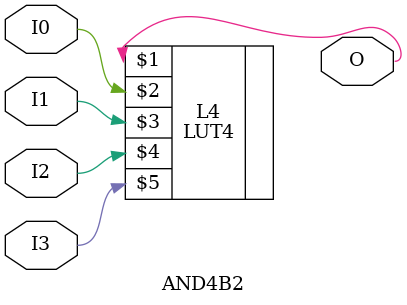
<source format=v>


`timescale  1 ps / 1 ps


module AND4B2 (O, I0, I1, I2, I3);

    output O;

    input  I0, I1, I2, I3;

    LUT4 #(.INIT(16'h1000)) L4 (O, I0, I1, I2, I3);

endmodule

</source>
